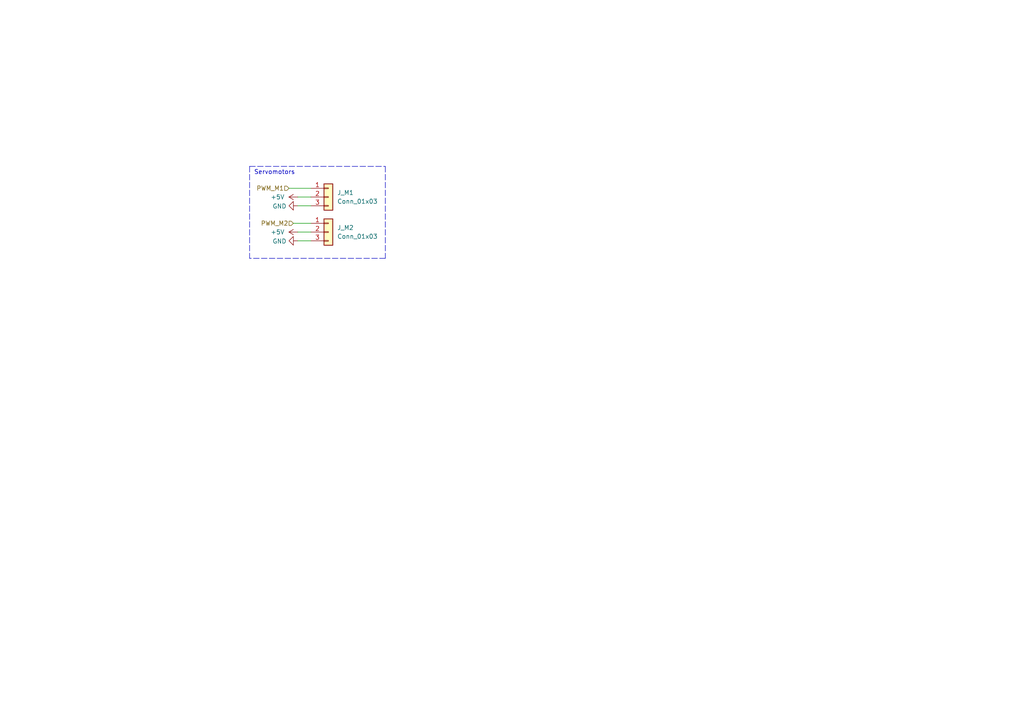
<source format=kicad_sch>
(kicad_sch (version 20211123) (generator eeschema)

  (uuid 8ba55d22-1e98-479d-aec8-2c6c2c315ec8)

  (paper "A4")

  (lib_symbols
    (symbol "Connector_Generic:Conn_01x03" (pin_names (offset 1.016) hide) (in_bom yes) (on_board yes)
      (property "Reference" "J" (id 0) (at 0 5.08 0)
        (effects (font (size 1.27 1.27)))
      )
      (property "Value" "Conn_01x03" (id 1) (at 0 -5.08 0)
        (effects (font (size 1.27 1.27)))
      )
      (property "Footprint" "" (id 2) (at 0 0 0)
        (effects (font (size 1.27 1.27)) hide)
      )
      (property "Datasheet" "~" (id 3) (at 0 0 0)
        (effects (font (size 1.27 1.27)) hide)
      )
      (property "ki_keywords" "connector" (id 4) (at 0 0 0)
        (effects (font (size 1.27 1.27)) hide)
      )
      (property "ki_description" "Generic connector, single row, 01x03, script generated (kicad-library-utils/schlib/autogen/connector/)" (id 5) (at 0 0 0)
        (effects (font (size 1.27 1.27)) hide)
      )
      (property "ki_fp_filters" "Connector*:*_1x??_*" (id 6) (at 0 0 0)
        (effects (font (size 1.27 1.27)) hide)
      )
      (symbol "Conn_01x03_1_1"
        (rectangle (start -1.27 -2.413) (end 0 -2.667)
          (stroke (width 0.1524) (type default) (color 0 0 0 0))
          (fill (type none))
        )
        (rectangle (start -1.27 0.127) (end 0 -0.127)
          (stroke (width 0.1524) (type default) (color 0 0 0 0))
          (fill (type none))
        )
        (rectangle (start -1.27 2.667) (end 0 2.413)
          (stroke (width 0.1524) (type default) (color 0 0 0 0))
          (fill (type none))
        )
        (rectangle (start -1.27 3.81) (end 1.27 -3.81)
          (stroke (width 0.254) (type default) (color 0 0 0 0))
          (fill (type background))
        )
        (pin passive line (at -5.08 2.54 0) (length 3.81)
          (name "Pin_1" (effects (font (size 1.27 1.27))))
          (number "1" (effects (font (size 1.27 1.27))))
        )
        (pin passive line (at -5.08 0 0) (length 3.81)
          (name "Pin_2" (effects (font (size 1.27 1.27))))
          (number "2" (effects (font (size 1.27 1.27))))
        )
        (pin passive line (at -5.08 -2.54 0) (length 3.81)
          (name "Pin_3" (effects (font (size 1.27 1.27))))
          (number "3" (effects (font (size 1.27 1.27))))
        )
      )
    )
    (symbol "power:+5V" (power) (pin_names (offset 0)) (in_bom yes) (on_board yes)
      (property "Reference" "#PWR" (id 0) (at 0 -3.81 0)
        (effects (font (size 1.27 1.27)) hide)
      )
      (property "Value" "+5V" (id 1) (at 0 3.556 0)
        (effects (font (size 1.27 1.27)))
      )
      (property "Footprint" "" (id 2) (at 0 0 0)
        (effects (font (size 1.27 1.27)) hide)
      )
      (property "Datasheet" "" (id 3) (at 0 0 0)
        (effects (font (size 1.27 1.27)) hide)
      )
      (property "ki_keywords" "power-flag" (id 4) (at 0 0 0)
        (effects (font (size 1.27 1.27)) hide)
      )
      (property "ki_description" "Power symbol creates a global label with name \"+5V\"" (id 5) (at 0 0 0)
        (effects (font (size 1.27 1.27)) hide)
      )
      (symbol "+5V_0_1"
        (polyline
          (pts
            (xy -0.762 1.27)
            (xy 0 2.54)
          )
          (stroke (width 0) (type default) (color 0 0 0 0))
          (fill (type none))
        )
        (polyline
          (pts
            (xy 0 0)
            (xy 0 2.54)
          )
          (stroke (width 0) (type default) (color 0 0 0 0))
          (fill (type none))
        )
        (polyline
          (pts
            (xy 0 2.54)
            (xy 0.762 1.27)
          )
          (stroke (width 0) (type default) (color 0 0 0 0))
          (fill (type none))
        )
      )
      (symbol "+5V_1_1"
        (pin power_in line (at 0 0 90) (length 0) hide
          (name "+5V" (effects (font (size 1.27 1.27))))
          (number "1" (effects (font (size 1.27 1.27))))
        )
      )
    )
    (symbol "power:GND" (power) (pin_names (offset 0)) (in_bom yes) (on_board yes)
      (property "Reference" "#PWR" (id 0) (at 0 -6.35 0)
        (effects (font (size 1.27 1.27)) hide)
      )
      (property "Value" "GND" (id 1) (at 0 -3.81 0)
        (effects (font (size 1.27 1.27)))
      )
      (property "Footprint" "" (id 2) (at 0 0 0)
        (effects (font (size 1.27 1.27)) hide)
      )
      (property "Datasheet" "" (id 3) (at 0 0 0)
        (effects (font (size 1.27 1.27)) hide)
      )
      (property "ki_keywords" "power-flag" (id 4) (at 0 0 0)
        (effects (font (size 1.27 1.27)) hide)
      )
      (property "ki_description" "Power symbol creates a global label with name \"GND\" , ground" (id 5) (at 0 0 0)
        (effects (font (size 1.27 1.27)) hide)
      )
      (symbol "GND_0_1"
        (polyline
          (pts
            (xy 0 0)
            (xy 0 -1.27)
            (xy 1.27 -1.27)
            (xy 0 -2.54)
            (xy -1.27 -1.27)
            (xy 0 -1.27)
          )
          (stroke (width 0) (type default) (color 0 0 0 0))
          (fill (type none))
        )
      )
      (symbol "GND_1_1"
        (pin power_in line (at 0 0 270) (length 0) hide
          (name "GND" (effects (font (size 1.27 1.27))))
          (number "1" (effects (font (size 1.27 1.27))))
        )
      )
    )
  )


  (wire (pts (xy 90.17 59.69) (xy 86.36 59.69))
    (stroke (width 0) (type default) (color 0 0 0 0))
    (uuid 06acf1e7-5fd1-4f82-bfa6-f503fd83f0b9)
  )
  (polyline (pts (xy 111.76 48.26) (xy 111.76 74.93))
    (stroke (width 0) (type default) (color 0 0 0 0))
    (uuid 1ed40e16-a4d2-4f6d-8ee9-19ccb9fc26ad)
  )
  (polyline (pts (xy 72.39 48.26) (xy 111.76 48.26))
    (stroke (width 0) (type default) (color 0 0 0 0))
    (uuid 26a7dda7-f6af-4fc1-9dfb-bdd9a230d49f)
  )

  (wire (pts (xy 86.36 57.15) (xy 90.17 57.15))
    (stroke (width 0) (type default) (color 0 0 0 0))
    (uuid 50132339-d428-42e5-9b5e-17cc4ee9ef7e)
  )
  (wire (pts (xy 90.17 69.85) (xy 86.36 69.85))
    (stroke (width 0) (type default) (color 0 0 0 0))
    (uuid 58ca53ff-b0a3-40df-90c0-4b4f7f9e7f71)
  )
  (wire (pts (xy 83.82 54.61) (xy 90.17 54.61))
    (stroke (width 0) (type default) (color 0 0 0 0))
    (uuid 6361752d-4dc5-4af5-af48-b8a195523169)
  )
  (polyline (pts (xy 72.39 48.26) (xy 72.39 74.93))
    (stroke (width 0) (type default) (color 0 0 0 0))
    (uuid c2b0c91c-3c84-4b5d-a1c6-0afdc7d17ea2)
  )

  (wire (pts (xy 86.36 67.31) (xy 90.17 67.31))
    (stroke (width 0) (type default) (color 0 0 0 0))
    (uuid d1d5e6b5-eb25-4ded-8457-fc6d51674d84)
  )
  (polyline (pts (xy 111.76 74.93) (xy 72.39 74.93))
    (stroke (width 0) (type default) (color 0 0 0 0))
    (uuid d4bceba4-ba07-4413-a470-9c1e8431cd93)
  )

  (wire (pts (xy 85.09 64.77) (xy 90.17 64.77))
    (stroke (width 0) (type default) (color 0 0 0 0))
    (uuid de84ad2f-9c5b-421d-ac3e-3f67a126c0d0)
  )

  (text "Servomotors\n" (at 73.66 50.8 0)
    (effects (font (size 1.27 1.27)) (justify left bottom))
    (uuid 71b129d9-1fa6-4b42-816f-58e35e6a0650)
  )

  (hierarchical_label "PWM_M2" (shape input) (at 85.09 64.77 180)
    (effects (font (size 1.27 1.27)) (justify right))
    (uuid 8cb81a2f-eed1-4cf0-85f4-ff687d86951a)
  )
  (hierarchical_label "PWM_M1" (shape input) (at 83.82 54.61 180)
    (effects (font (size 1.27 1.27)) (justify right))
    (uuid f496e98d-2691-4dd9-b6dc-a86426457019)
  )

  (symbol (lib_id "power:GND") (at 86.36 69.85 270) (unit 1)
    (in_bom yes) (on_board yes)
    (uuid 2f2eb89f-1a0b-4344-a228-20e22ab03104)
    (property "Reference" "#PWR0153" (id 0) (at 80.01 69.85 0)
      (effects (font (size 1.27 1.27)) hide)
    )
    (property "Value" "GND" (id 1) (at 83.1088 69.977 90)
      (effects (font (size 1.27 1.27)) (justify right))
    )
    (property "Footprint" "" (id 2) (at 86.36 69.85 0)
      (effects (font (size 1.27 1.27)) hide)
    )
    (property "Datasheet" "" (id 3) (at 86.36 69.85 0)
      (effects (font (size 1.27 1.27)) hide)
    )
    (pin "1" (uuid 274108fc-a515-4e51-85a8-c50a658176fc))
  )

  (symbol (lib_id "power:+5V") (at 86.36 57.15 90) (unit 1)
    (in_bom yes) (on_board yes) (fields_autoplaced)
    (uuid 4a040874-2f52-456c-838f-c93f7fa01e9d)
    (property "Reference" "#PWR0154" (id 0) (at 90.17 57.15 0)
      (effects (font (size 1.27 1.27)) hide)
    )
    (property "Value" "+5V" (id 1) (at 82.55 57.1499 90)
      (effects (font (size 1.27 1.27)) (justify left))
    )
    (property "Footprint" "" (id 2) (at 86.36 57.15 0)
      (effects (font (size 1.27 1.27)) hide)
    )
    (property "Datasheet" "" (id 3) (at 86.36 57.15 0)
      (effects (font (size 1.27 1.27)) hide)
    )
    (pin "1" (uuid 4435b034-131d-493d-aee1-c2010762f9f1))
  )

  (symbol (lib_id "Connector_Generic:Conn_01x03") (at 95.25 67.31 0) (unit 1)
    (in_bom yes) (on_board yes) (fields_autoplaced)
    (uuid 4d3767e6-669d-4d8f-b85b-840327449dcb)
    (property "Reference" "J_M2" (id 0) (at 97.79 66.0399 0)
      (effects (font (size 1.27 1.27)) (justify left))
    )
    (property "Value" "Conn_01x03" (id 1) (at 97.79 68.5799 0)
      (effects (font (size 1.27 1.27)) (justify left))
    )
    (property "Footprint" "Connector_JST:JST_EH_S3B-EH_1x03_P2.50mm_Horizontal" (id 2) (at 95.25 67.31 0)
      (effects (font (size 1.27 1.27)) hide)
    )
    (property "Datasheet" "~" (id 3) (at 95.25 67.31 0)
      (effects (font (size 1.27 1.27)) hide)
    )
    (pin "1" (uuid 76dd8fd2-b3fa-4354-bc71-b425ce000b5a))
    (pin "2" (uuid 8121aec9-861c-44d2-97c1-76918627d9b1))
    (pin "3" (uuid 23218561-e1e2-42e9-bfea-a4f21727527d))
  )

  (symbol (lib_id "power:GND") (at 86.36 59.69 270) (unit 1)
    (in_bom yes) (on_board yes)
    (uuid 67669d97-101b-4eb2-9a55-0f94730486a3)
    (property "Reference" "#PWR0155" (id 0) (at 80.01 59.69 0)
      (effects (font (size 1.27 1.27)) hide)
    )
    (property "Value" "GND" (id 1) (at 83.1088 59.817 90)
      (effects (font (size 1.27 1.27)) (justify right))
    )
    (property "Footprint" "" (id 2) (at 86.36 59.69 0)
      (effects (font (size 1.27 1.27)) hide)
    )
    (property "Datasheet" "" (id 3) (at 86.36 59.69 0)
      (effects (font (size 1.27 1.27)) hide)
    )
    (pin "1" (uuid 61d4c7da-c8ef-4280-aef1-17cbfd24d0a5))
  )

  (symbol (lib_id "power:+5V") (at 86.36 67.31 90) (unit 1)
    (in_bom yes) (on_board yes) (fields_autoplaced)
    (uuid 768579a4-3f43-4feb-85a1-1e89213a5a58)
    (property "Reference" "#PWR0156" (id 0) (at 90.17 67.31 0)
      (effects (font (size 1.27 1.27)) hide)
    )
    (property "Value" "+5V" (id 1) (at 82.55 67.3099 90)
      (effects (font (size 1.27 1.27)) (justify left))
    )
    (property "Footprint" "" (id 2) (at 86.36 67.31 0)
      (effects (font (size 1.27 1.27)) hide)
    )
    (property "Datasheet" "" (id 3) (at 86.36 67.31 0)
      (effects (font (size 1.27 1.27)) hide)
    )
    (pin "1" (uuid 822a99a3-96c7-4f23-b3c0-6b70f1e494a3))
  )

  (symbol (lib_id "Connector_Generic:Conn_01x03") (at 95.25 57.15 0) (unit 1)
    (in_bom yes) (on_board yes) (fields_autoplaced)
    (uuid efe3b711-2140-441f-9418-7f031cfebdbe)
    (property "Reference" "J_M1" (id 0) (at 97.79 55.8799 0)
      (effects (font (size 1.27 1.27)) (justify left))
    )
    (property "Value" "Conn_01x03" (id 1) (at 97.79 58.4199 0)
      (effects (font (size 1.27 1.27)) (justify left))
    )
    (property "Footprint" "Connector_JST:JST_EH_S3B-EH_1x03_P2.50mm_Horizontal" (id 2) (at 95.25 57.15 0)
      (effects (font (size 1.27 1.27)) hide)
    )
    (property "Datasheet" "~" (id 3) (at 95.25 57.15 0)
      (effects (font (size 1.27 1.27)) hide)
    )
    (pin "1" (uuid 8a201f87-b057-432a-94db-d1832fb02ac5))
    (pin "2" (uuid 70852972-cdd7-4652-b52e-fdf0c7268cad))
    (pin "3" (uuid e1b11578-b7ec-4725-9933-401d036f9491))
  )
)

</source>
